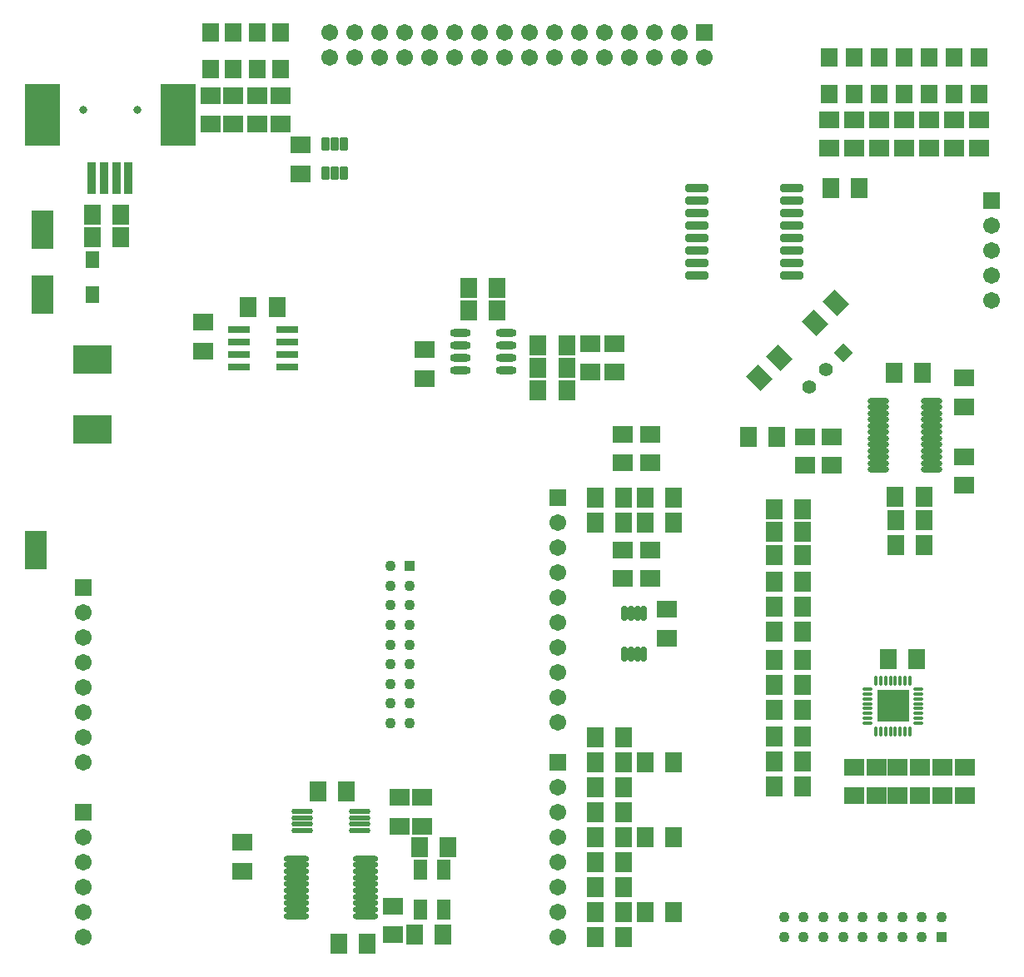
<source format=gts>
G04*
G04 #@! TF.GenerationSoftware,Altium Limited,Altium Designer,19.1.6 (110)*
G04*
G04 Layer_Color=8388736*
%FSLAX25Y25*%
%MOIN*%
G70*
G01*
G75*
%ADD39O,0.08674X0.02375*%
%ADD40R,0.08280X0.06706*%
%ADD41R,0.06706X0.08280*%
G04:AMPARAMS|DCode=42|XSize=67.06mil|YSize=82.8mil|CornerRadius=0mil|HoleSize=0mil|Usage=FLASHONLY|Rotation=45.000|XOffset=0mil|YOffset=0mil|HoleType=Round|Shape=Rectangle|*
%AMROTATEDRECTD42*
4,1,4,0.00557,-0.05298,-0.05298,0.00557,-0.00557,0.05298,0.05298,-0.00557,0.00557,-0.05298,0.0*
%
%ADD42ROTATEDRECTD42*%

G04:AMPARAMS|DCode=43|XSize=25.72mil|YSize=57.21mil|CornerRadius=5.95mil|HoleSize=0mil|Usage=FLASHONLY|Rotation=0.000|XOffset=0mil|YOffset=0mil|HoleType=Round|Shape=RoundedRectangle|*
%AMROUNDEDRECTD43*
21,1,0.02572,0.04532,0,0,0.0*
21,1,0.01382,0.05721,0,0,0.0*
1,1,0.01190,0.00691,-0.02266*
1,1,0.01190,-0.00691,-0.02266*
1,1,0.01190,-0.00691,0.02266*
1,1,0.01190,0.00691,0.02266*
%
%ADD43ROUNDEDRECTD43*%
%ADD44R,0.06706X0.07690*%
G04:AMPARAMS|DCode=45|XSize=33.59mil|YSize=55.24mil|CornerRadius=5.92mil|HoleSize=0mil|Usage=FLASHONLY|Rotation=180.000|XOffset=0mil|YOffset=0mil|HoleType=Round|Shape=RoundedRectangle|*
%AMROUNDEDRECTD45*
21,1,0.03359,0.04341,0,0,180.0*
21,1,0.02175,0.05524,0,0,180.0*
1,1,0.01184,-0.01088,0.02170*
1,1,0.01184,0.01088,0.02170*
1,1,0.01184,0.01088,-0.02170*
1,1,0.01184,-0.01088,-0.02170*
%
%ADD45ROUNDEDRECTD45*%
G04:AMPARAMS|DCode=46|XSize=33.59mil|YSize=90.68mil|CornerRadius=5.92mil|HoleSize=0mil|Usage=FLASHONLY|Rotation=90.000|XOffset=0mil|YOffset=0mil|HoleType=Round|Shape=RoundedRectangle|*
%AMROUNDEDRECTD46*
21,1,0.03359,0.07884,0,0,90.0*
21,1,0.02175,0.09068,0,0,90.0*
1,1,0.01184,0.03942,0.01088*
1,1,0.01184,0.03942,-0.01088*
1,1,0.01184,-0.03942,-0.01088*
1,1,0.01184,-0.03942,0.01088*
%
%ADD46ROUNDEDRECTD46*%
%ADD47R,0.08595X0.02887*%
%ADD48O,0.10249X0.02572*%
%ADD49O,0.08280X0.03162*%
%ADD50O,0.08674X0.02178*%
%ADD51R,0.05524X0.07887*%
%ADD52O,0.03950X0.01587*%
%ADD53O,0.01587X0.03950*%
%ADD54R,0.13005X0.13005*%
%ADD55R,0.08792X0.15761*%
%ADD56R,0.05524X0.07099*%
%ADD57R,0.15800X0.11800*%
%ADD58R,0.03556X0.12611*%
%ADD59R,0.14186X0.24580*%
%ADD60C,0.06706*%
%ADD61R,0.06706X0.06706*%
%ADD62R,0.04343X0.04343*%
%ADD63C,0.04343*%
%ADD64R,0.04343X0.04343*%
%ADD65P,0.07813X4X90.0*%
%ADD66C,0.05524*%
%ADD67R,0.06706X0.06706*%
%ADD68C,0.03162*%
%ADD69C,0.03200*%
D39*
X241130Y-165250D02*
D03*
Y-162750D02*
D03*
Y-160250D02*
D03*
Y-157750D02*
D03*
Y-155250D02*
D03*
Y-152750D02*
D03*
Y-150250D02*
D03*
Y-147750D02*
D03*
Y-145250D02*
D03*
Y-142750D02*
D03*
Y-140250D02*
D03*
Y-137750D02*
D03*
X219870Y-165250D02*
D03*
Y-162750D02*
D03*
Y-160250D02*
D03*
Y-157750D02*
D03*
Y-155250D02*
D03*
Y-152750D02*
D03*
Y-150250D02*
D03*
Y-147750D02*
D03*
Y-145250D02*
D03*
Y-142750D02*
D03*
Y-140250D02*
D03*
Y-137750D02*
D03*
D40*
X227500Y-295917D02*
D03*
Y-284500D02*
D03*
X236500Y-295917D02*
D03*
Y-284500D02*
D03*
X38000Y-117291D02*
D03*
Y-128709D02*
D03*
X25500Y-340000D02*
D03*
Y-351417D02*
D03*
X114000Y-114791D02*
D03*
Y-126209D02*
D03*
X254000Y-160083D02*
D03*
Y-171500D02*
D03*
X201000Y-163417D02*
D03*
Y-152000D02*
D03*
X-11500Y-46709D02*
D03*
Y-35291D02*
D03*
X135000Y-221291D02*
D03*
Y-232709D02*
D03*
X117299Y-151083D02*
D03*
Y-162500D02*
D03*
Y-208917D02*
D03*
Y-197500D02*
D03*
X128299D02*
D03*
Y-208917D02*
D03*
Y-162500D02*
D03*
Y-151083D02*
D03*
X220000Y-36417D02*
D03*
Y-25000D02*
D03*
X260000Y-36417D02*
D03*
Y-25000D02*
D03*
X210000Y-36417D02*
D03*
Y-25000D02*
D03*
X250000Y-36417D02*
D03*
Y-25000D02*
D03*
X-29000Y-26917D02*
D03*
Y-15500D02*
D03*
X-19500Y-26917D02*
D03*
Y-15500D02*
D03*
X200000Y-36417D02*
D03*
Y-25000D02*
D03*
X240000Y-36417D02*
D03*
Y-25000D02*
D03*
X-50500Y-117709D02*
D03*
Y-106291D02*
D03*
X230000Y-36417D02*
D03*
Y-25000D02*
D03*
X254000Y-128583D02*
D03*
Y-140000D02*
D03*
X28000Y-308000D02*
D03*
Y-296583D02*
D03*
X-47500Y-15500D02*
D03*
Y-26917D02*
D03*
X-35000Y-326000D02*
D03*
Y-314583D02*
D03*
X190500Y-163417D02*
D03*
Y-152000D02*
D03*
X37000Y-296583D02*
D03*
Y-308000D02*
D03*
X-38500Y-26917D02*
D03*
Y-15500D02*
D03*
X104500Y-114791D02*
D03*
X104500Y-126209D02*
D03*
X219000Y-295917D02*
D03*
Y-284500D02*
D03*
X245500Y-295917D02*
D03*
Y-284500D02*
D03*
X210000D02*
D03*
Y-295917D02*
D03*
X254500Y-284500D02*
D03*
Y-295917D02*
D03*
D41*
X223791Y-241000D02*
D03*
X235209D02*
D03*
X178083Y-292000D02*
D03*
X189500D02*
D03*
X178083Y-261500D02*
D03*
X189500D02*
D03*
X178083Y-210000D02*
D03*
X189500D02*
D03*
X178083Y-199500D02*
D03*
X189500D02*
D03*
X36000Y-316500D02*
D03*
X47417D02*
D03*
X45500Y-351500D02*
D03*
X34083D02*
D03*
X6709Y-294000D02*
D03*
X-4709D02*
D03*
X226083Y-126500D02*
D03*
X237500D02*
D03*
X55791Y-101500D02*
D03*
X67209D02*
D03*
X226583Y-185500D02*
D03*
X238000D02*
D03*
X83500Y-133500D02*
D03*
X94917D02*
D03*
X212209Y-52500D02*
D03*
X200791D02*
D03*
X-21083Y-100000D02*
D03*
X-32500D02*
D03*
X137716Y-176500D02*
D03*
X126299D02*
D03*
X117717D02*
D03*
X106299D02*
D03*
X137716Y-186500D02*
D03*
X126299D02*
D03*
X117717D02*
D03*
X106299D02*
D03*
X137716Y-342500D02*
D03*
X126299D02*
D03*
X117717Y-332500D02*
D03*
X106299D02*
D03*
X137716Y-312500D02*
D03*
X126299D02*
D03*
X117717D02*
D03*
X106299D02*
D03*
X137716Y-282500D02*
D03*
X126299D02*
D03*
X117717Y-292500D02*
D03*
X106299D02*
D03*
X117717Y-272500D02*
D03*
X106299D02*
D03*
X117717Y-302500D02*
D03*
X106299D02*
D03*
X117717Y-352500D02*
D03*
X106299D02*
D03*
X117717Y-282500D02*
D03*
X106299D02*
D03*
X117717Y-322500D02*
D03*
X106299D02*
D03*
X117717Y-342500D02*
D03*
X106299D02*
D03*
X167583Y-152000D02*
D03*
X179000D02*
D03*
X15209Y-355000D02*
D03*
X3791D02*
D03*
X94917Y-124500D02*
D03*
X83500D02*
D03*
X226500Y-176000D02*
D03*
X237917D02*
D03*
X94917Y-115500D02*
D03*
X83500D02*
D03*
X67209Y-92500D02*
D03*
X55791D02*
D03*
X238000Y-195500D02*
D03*
X226583D02*
D03*
X178083Y-272000D02*
D03*
X189500D02*
D03*
X178083Y-241500D02*
D03*
X189500Y-241500D02*
D03*
X178083Y-230000D02*
D03*
X189500D02*
D03*
X178083Y-181000D02*
D03*
X189500D02*
D03*
X-95000Y-63000D02*
D03*
X-83583Y-63000D02*
D03*
X-95000Y-72000D02*
D03*
X-83583D02*
D03*
X189500Y-282000D02*
D03*
X178083D02*
D03*
X189500Y-251500D02*
D03*
X178083Y-251500D02*
D03*
X189500Y-220000D02*
D03*
X178083D02*
D03*
X189500Y-190000D02*
D03*
X178083D02*
D03*
D42*
X180000Y-120500D02*
D03*
X171927Y-128573D02*
D03*
X194500Y-106500D02*
D03*
X202573Y-98427D02*
D03*
D43*
X125839Y-222831D02*
D03*
X123280D02*
D03*
X120721D02*
D03*
X118161D02*
D03*
X125839Y-239169D02*
D03*
X123280D02*
D03*
X120721D02*
D03*
X118161D02*
D03*
D44*
X220000Y0D02*
D03*
Y-14764D02*
D03*
X260000Y0D02*
D03*
Y-14764D02*
D03*
X210000Y0D02*
D03*
Y-14764D02*
D03*
X250000Y0D02*
D03*
Y-14764D02*
D03*
X-29000Y9882D02*
D03*
Y-4882D02*
D03*
X-19500Y9882D02*
D03*
Y-4882D02*
D03*
X200000Y0D02*
D03*
Y-14764D02*
D03*
X240000Y0D02*
D03*
Y-14764D02*
D03*
X230000Y0D02*
D03*
Y-14764D02*
D03*
X-38500Y9882D02*
D03*
Y-4882D02*
D03*
X-47500Y-4882D02*
D03*
Y9882D02*
D03*
D45*
X-1740Y-46307D02*
D03*
X2000D02*
D03*
X5740D02*
D03*
Y-34693D02*
D03*
X2000Y-34693D02*
D03*
X-1740Y-34693D02*
D03*
D46*
X146906Y-52500D02*
D03*
Y-57500D02*
D03*
Y-62500D02*
D03*
Y-67500D02*
D03*
Y-72500D02*
D03*
Y-77500D02*
D03*
Y-82500D02*
D03*
Y-87500D02*
D03*
X185094Y-52500D02*
D03*
Y-57500D02*
D03*
Y-62500D02*
D03*
Y-67500D02*
D03*
Y-72500D02*
D03*
Y-77500D02*
D03*
Y-82500D02*
D03*
Y-87500D02*
D03*
D47*
X-36205Y-109000D02*
D03*
Y-114000D02*
D03*
Y-119000D02*
D03*
Y-124000D02*
D03*
X-16795Y-109000D02*
D03*
Y-114000D02*
D03*
Y-119000D02*
D03*
Y-124000D02*
D03*
D48*
X14279Y-344016D02*
D03*
Y-341457D02*
D03*
Y-338898D02*
D03*
Y-336339D02*
D03*
Y-333780D02*
D03*
Y-331221D02*
D03*
Y-328661D02*
D03*
Y-326102D02*
D03*
Y-323543D02*
D03*
Y-320984D02*
D03*
X-13280Y-344016D02*
D03*
Y-341457D02*
D03*
Y-338898D02*
D03*
Y-336339D02*
D03*
Y-333780D02*
D03*
Y-331221D02*
D03*
Y-328661D02*
D03*
Y-326102D02*
D03*
Y-323543D02*
D03*
Y-320984D02*
D03*
D49*
X52248Y-110500D02*
D03*
Y-115500D02*
D03*
Y-120500D02*
D03*
Y-125500D02*
D03*
X70752Y-110500D02*
D03*
Y-115500D02*
D03*
Y-120500D02*
D03*
Y-125500D02*
D03*
D50*
X11917Y-309839D02*
D03*
Y-307279D02*
D03*
Y-304720D02*
D03*
Y-302161D02*
D03*
X-10917Y-309839D02*
D03*
Y-307279D02*
D03*
Y-304720D02*
D03*
Y-302161D02*
D03*
D51*
X45724Y-341374D02*
D03*
Y-325626D02*
D03*
X36276D02*
D03*
Y-341374D02*
D03*
D52*
X215539Y-253071D02*
D03*
Y-255039D02*
D03*
Y-257008D02*
D03*
Y-258976D02*
D03*
Y-260945D02*
D03*
Y-262913D02*
D03*
Y-264882D02*
D03*
Y-266850D02*
D03*
X235618D02*
D03*
Y-264882D02*
D03*
Y-262913D02*
D03*
Y-260945D02*
D03*
Y-258976D02*
D03*
Y-257008D02*
D03*
Y-255039D02*
D03*
Y-253071D02*
D03*
D53*
X218689Y-270000D02*
D03*
X220657D02*
D03*
X222626D02*
D03*
X224594D02*
D03*
X226563D02*
D03*
X228532D02*
D03*
X230500D02*
D03*
X232469D02*
D03*
Y-249921D02*
D03*
X230500D02*
D03*
X228532D02*
D03*
X226563D02*
D03*
X224594D02*
D03*
X222626D02*
D03*
X220657D02*
D03*
X218689D02*
D03*
D54*
X225579Y-259961D02*
D03*
D55*
X-115000Y-95000D02*
D03*
X-117500Y-197500D02*
D03*
X-115000Y-69000D02*
D03*
D56*
X-95000Y-81000D02*
D03*
Y-95173D02*
D03*
D57*
Y-121000D02*
D03*
Y-149098D02*
D03*
D58*
X-95189Y-48559D02*
D03*
X-90268Y-48559D02*
D03*
X-85386D02*
D03*
X-80465D02*
D03*
D59*
X-60583Y-23283D02*
D03*
X-115071Y-23283D02*
D03*
D60*
X91299Y-196500D02*
D03*
Y-266500D02*
D03*
Y-256500D02*
D03*
Y-246500D02*
D03*
Y-236500D02*
D03*
Y-226500D02*
D03*
Y-216500D02*
D03*
Y-206500D02*
D03*
Y-186500D02*
D03*
Y-292500D02*
D03*
Y-302500D02*
D03*
Y-312500D02*
D03*
Y-322500D02*
D03*
Y-332500D02*
D03*
Y-342500D02*
D03*
Y-352500D02*
D03*
X-98701Y-222500D02*
D03*
Y-232500D02*
D03*
Y-242500D02*
D03*
Y-252500D02*
D03*
Y-262500D02*
D03*
Y-272500D02*
D03*
Y-282500D02*
D03*
Y-312500D02*
D03*
Y-322500D02*
D03*
Y-332500D02*
D03*
Y-342500D02*
D03*
Y-352500D02*
D03*
X265000Y-97500D02*
D03*
Y-87500D02*
D03*
Y-77500D02*
D03*
Y-67500D02*
D03*
X150000Y-0D02*
D03*
X140000Y10000D02*
D03*
Y-0D02*
D03*
X130000Y10000D02*
D03*
Y-0D02*
D03*
X120000Y10000D02*
D03*
Y0D02*
D03*
X110000Y10000D02*
D03*
Y-0D02*
D03*
X100000Y10000D02*
D03*
Y-0D02*
D03*
X90000Y10000D02*
D03*
Y0D02*
D03*
X80000Y10000D02*
D03*
X80000Y-0D02*
D03*
X70000Y10000D02*
D03*
Y-0D02*
D03*
X60000Y10000D02*
D03*
Y-0D02*
D03*
X50000Y10000D02*
D03*
Y-0D02*
D03*
X40000Y10000D02*
D03*
X40000Y0D02*
D03*
X30000Y10000D02*
D03*
X30000Y0D02*
D03*
X20000Y10000D02*
D03*
Y-0D02*
D03*
X10000Y10000D02*
D03*
Y-0D02*
D03*
X0Y10000D02*
D03*
Y0D02*
D03*
D61*
X91299Y-176500D02*
D03*
Y-282500D02*
D03*
X-98701Y-212500D02*
D03*
Y-302500D02*
D03*
X265000Y-57500D02*
D03*
D62*
X245000Y-352500D02*
D03*
D63*
X237126D02*
D03*
X229252D02*
D03*
X221378D02*
D03*
X213504D02*
D03*
X205630D02*
D03*
X197756D02*
D03*
X189882D02*
D03*
X182008D02*
D03*
X245000Y-344626D02*
D03*
X237126D02*
D03*
X229252D02*
D03*
X221378D02*
D03*
X213504D02*
D03*
X205630D02*
D03*
X197756D02*
D03*
X189882D02*
D03*
X182008D02*
D03*
X32205Y-211701D02*
D03*
Y-219575D02*
D03*
Y-227449D02*
D03*
Y-235323D02*
D03*
Y-243197D02*
D03*
Y-251071D02*
D03*
Y-258945D02*
D03*
Y-266819D02*
D03*
X24331Y-203827D02*
D03*
Y-211701D02*
D03*
Y-219575D02*
D03*
Y-227449D02*
D03*
Y-235323D02*
D03*
Y-243197D02*
D03*
Y-251071D02*
D03*
Y-258945D02*
D03*
Y-266819D02*
D03*
D64*
X32205Y-203827D02*
D03*
D65*
X205585Y-118415D02*
D03*
D66*
X198793Y-125207D02*
D03*
X192000Y-132000D02*
D03*
D67*
X150000Y10000D02*
D03*
D68*
X-98654Y-21000D02*
D03*
X-77000D02*
D03*
D69*
X221248Y-255630D02*
D03*
X225579D02*
D03*
X229909D02*
D03*
X221248Y-259961D02*
D03*
X225579D02*
D03*
X229909D02*
D03*
X221248Y-264291D02*
D03*
X225579D02*
D03*
X229909D02*
D03*
M02*

</source>
